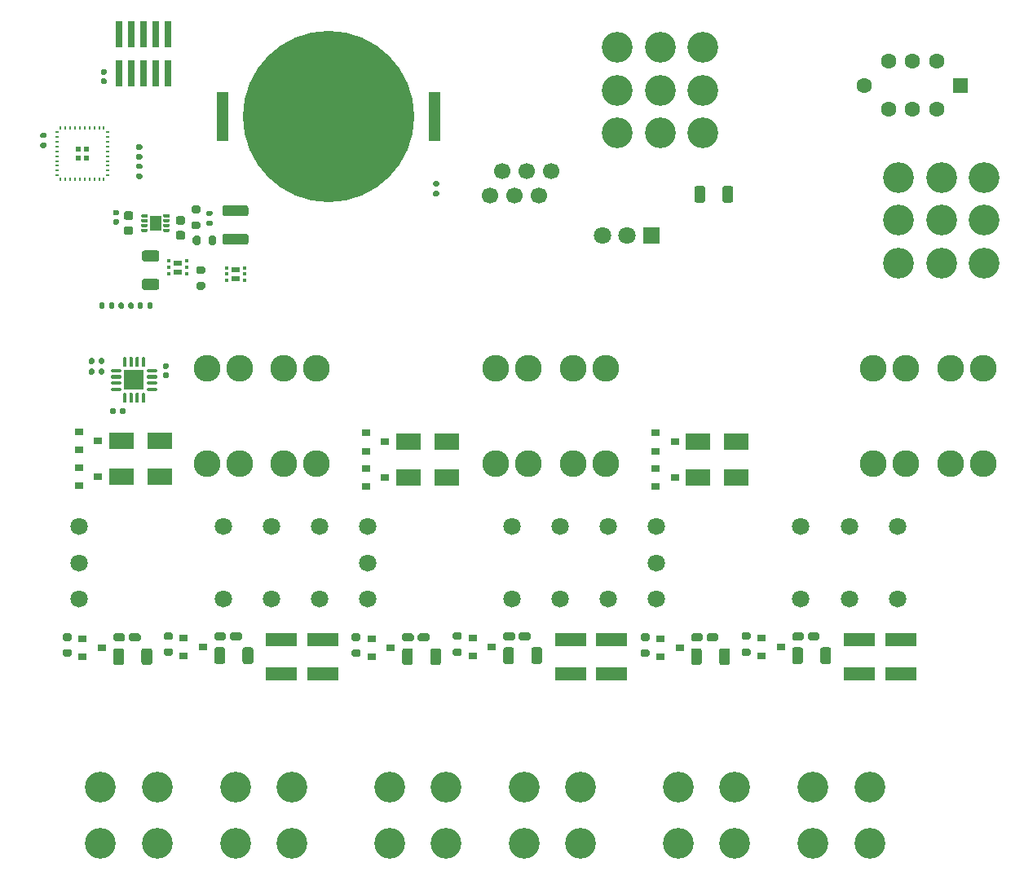
<source format=gbr>
%TF.GenerationSoftware,KiCad,Pcbnew,(5.1.9-0-10_14)*%
%TF.CreationDate,2021-05-17T23:47:06-07:00*%
%TF.ProjectId,tp_radio_board,74705f72-6164-4696-9f5f-626f6172642e,rev?*%
%TF.SameCoordinates,Original*%
%TF.FileFunction,Soldermask,Top*%
%TF.FilePolarity,Negative*%
%FSLAX46Y46*%
G04 Gerber Fmt 4.6, Leading zero omitted, Abs format (unit mm)*
G04 Created by KiCad (PCBNEW (5.1.9-0-10_14)) date 2021-05-17 23:47:06*
%MOMM*%
%LPD*%
G01*
G04 APERTURE LIST*
%ADD10R,0.762000X2.794000*%
%ADD11C,1.808000*%
%ADD12R,0.500000X0.500000*%
%ADD13R,0.250000X0.350000*%
%ADD14R,0.350000X0.250000*%
%ADD15R,0.900000X0.800000*%
%ADD16C,3.200000*%
%ADD17C,1.700000*%
%ADD18C,2.780000*%
%ADD19R,0.950000X0.613000*%
%ADD20R,0.325000X0.300000*%
%ADD21R,1.200000X1.500000*%
%ADD22R,1.800000X1.800000*%
%ADD23C,1.800000*%
%ADD24R,3.300000X1.400000*%
%ADD25R,2.500000X1.800000*%
%ADD26R,1.270000X5.080000*%
%ADD27C,17.800000*%
%ADD28R,2.100000X2.100000*%
%ADD29C,1.600000*%
%ADD30R,1.600000X1.600000*%
G04 APERTURE END LIST*
D10*
%TO.C,J1*%
X31340000Y-102772000D03*
X31340000Y-98708000D03*
X32610000Y-102772000D03*
X32610000Y-98708000D03*
X33880000Y-102772000D03*
X33880000Y-98708000D03*
X35150000Y-102772000D03*
X35150000Y-98708000D03*
X36420000Y-102772000D03*
X36420000Y-98708000D03*
%TD*%
D11*
%TO.C,K2*%
X57140008Y-157350000D03*
X72140008Y-157350000D03*
X77140008Y-157350000D03*
X82140008Y-157350000D03*
X82140008Y-149850000D03*
X77140008Y-149850000D03*
X72140008Y-149850000D03*
X57140008Y-149850000D03*
X57140008Y-153600000D03*
%TD*%
%TO.C,K3*%
X87140008Y-157350000D03*
X102140008Y-157350000D03*
X107140008Y-157350000D03*
X112140008Y-157350000D03*
X112140008Y-149850000D03*
X107140008Y-149850000D03*
X102140008Y-149850000D03*
X87140008Y-149850000D03*
X87140008Y-153600000D03*
%TD*%
%TO.C,K1*%
X27140008Y-157350000D03*
X42140008Y-157350000D03*
X47140008Y-157350000D03*
X52140008Y-157350000D03*
X52140008Y-149850000D03*
X47140008Y-149850000D03*
X42140008Y-149850000D03*
X27140008Y-149850000D03*
X27140008Y-153600000D03*
%TD*%
D12*
%TO.C,U1*%
X27050000Y-111550000D03*
X27950000Y-111550000D03*
X27950000Y-110650000D03*
X27050000Y-110650000D03*
D13*
X29750000Y-108450000D03*
X29250000Y-108450000D03*
X28750000Y-108450000D03*
X28250000Y-108450000D03*
X27750000Y-108450000D03*
X27250000Y-108450000D03*
X26750000Y-108450000D03*
X25750000Y-108450000D03*
X26250000Y-108450000D03*
X25250000Y-108450000D03*
D14*
X30150000Y-108850000D03*
X30150000Y-109350000D03*
X30150000Y-109850000D03*
X30150000Y-110350000D03*
X30150000Y-110850000D03*
X30150000Y-111350000D03*
X30150000Y-111850000D03*
X30150000Y-112350000D03*
X30150000Y-112850000D03*
X30150000Y-113350000D03*
D13*
X29750000Y-113750000D03*
X29250000Y-113750000D03*
X28750000Y-113750000D03*
X28250000Y-113750000D03*
X27750000Y-113750000D03*
X27250000Y-113750000D03*
X26750000Y-113750000D03*
X26250000Y-113750000D03*
X25750000Y-113750000D03*
X25250000Y-113750000D03*
D14*
X24850000Y-113350000D03*
X24850000Y-112850000D03*
X24850000Y-112350000D03*
X24850000Y-111850000D03*
X24850000Y-111350000D03*
X24850000Y-110850000D03*
X24850000Y-110350000D03*
X24850000Y-109850000D03*
X24850000Y-109350000D03*
X24850000Y-108850000D03*
%TD*%
%TO.C,D12*%
G36*
G01*
X102840000Y-161462500D02*
X102840000Y-161037500D01*
G75*
G02*
X103052500Y-160825000I212500J0D01*
G01*
X103852500Y-160825000D01*
G75*
G02*
X104065000Y-161037500I0J-212500D01*
G01*
X104065000Y-161462500D01*
G75*
G02*
X103852500Y-161675000I-212500J0D01*
G01*
X103052500Y-161675000D01*
G75*
G02*
X102840000Y-161462500I0J212500D01*
G01*
G37*
G36*
G01*
X101215000Y-161462500D02*
X101215000Y-161037500D01*
G75*
G02*
X101427500Y-160825000I212500J0D01*
G01*
X102227500Y-160825000D01*
G75*
G02*
X102440000Y-161037500I0J-212500D01*
G01*
X102440000Y-161462500D01*
G75*
G02*
X102227500Y-161675000I-212500J0D01*
G01*
X101427500Y-161675000D01*
G75*
G02*
X101215000Y-161462500I0J212500D01*
G01*
G37*
%TD*%
%TO.C,D11*%
G36*
G01*
X72840000Y-161462500D02*
X72840000Y-161037500D01*
G75*
G02*
X73052500Y-160825000I212500J0D01*
G01*
X73852500Y-160825000D01*
G75*
G02*
X74065000Y-161037500I0J-212500D01*
G01*
X74065000Y-161462500D01*
G75*
G02*
X73852500Y-161675000I-212500J0D01*
G01*
X73052500Y-161675000D01*
G75*
G02*
X72840000Y-161462500I0J212500D01*
G01*
G37*
G36*
G01*
X71215000Y-161462500D02*
X71215000Y-161037500D01*
G75*
G02*
X71427500Y-160825000I212500J0D01*
G01*
X72227500Y-160825000D01*
G75*
G02*
X72440000Y-161037500I0J-212500D01*
G01*
X72440000Y-161462500D01*
G75*
G02*
X72227500Y-161675000I-212500J0D01*
G01*
X71427500Y-161675000D01*
G75*
G02*
X71215000Y-161462500I0J212500D01*
G01*
G37*
%TD*%
%TO.C,D10*%
G36*
G01*
X42840000Y-161462500D02*
X42840000Y-161037500D01*
G75*
G02*
X43052500Y-160825000I212500J0D01*
G01*
X43852500Y-160825000D01*
G75*
G02*
X44065000Y-161037500I0J-212500D01*
G01*
X44065000Y-161462500D01*
G75*
G02*
X43852500Y-161675000I-212500J0D01*
G01*
X43052500Y-161675000D01*
G75*
G02*
X42840000Y-161462500I0J212500D01*
G01*
G37*
G36*
G01*
X41215000Y-161462500D02*
X41215000Y-161037500D01*
G75*
G02*
X41427500Y-160825000I212500J0D01*
G01*
X42227500Y-160825000D01*
G75*
G02*
X42440000Y-161037500I0J-212500D01*
G01*
X42440000Y-161462500D01*
G75*
G02*
X42227500Y-161675000I-212500J0D01*
G01*
X41427500Y-161675000D01*
G75*
G02*
X41215000Y-161462500I0J212500D01*
G01*
G37*
%TD*%
%TO.C,R24*%
G36*
G01*
X42340000Y-162624999D02*
X42340000Y-163875001D01*
G75*
G02*
X42090001Y-164125000I-249999J0D01*
G01*
X41464999Y-164125000D01*
G75*
G02*
X41215000Y-163875001I0J249999D01*
G01*
X41215000Y-162624999D01*
G75*
G02*
X41464999Y-162375000I249999J0D01*
G01*
X42090001Y-162375000D01*
G75*
G02*
X42340000Y-162624999I0J-249999D01*
G01*
G37*
G36*
G01*
X45265000Y-162624999D02*
X45265000Y-163875001D01*
G75*
G02*
X45015001Y-164125000I-249999J0D01*
G01*
X44389999Y-164125000D01*
G75*
G02*
X44140000Y-163875001I0J249999D01*
G01*
X44140000Y-162624999D01*
G75*
G02*
X44389999Y-162375000I249999J0D01*
G01*
X45015001Y-162375000D01*
G75*
G02*
X45265000Y-162624999I0J-249999D01*
G01*
G37*
%TD*%
%TO.C,R26*%
G36*
G01*
X102340000Y-162624999D02*
X102340000Y-163875001D01*
G75*
G02*
X102090001Y-164125000I-249999J0D01*
G01*
X101464999Y-164125000D01*
G75*
G02*
X101215000Y-163875001I0J249999D01*
G01*
X101215000Y-162624999D01*
G75*
G02*
X101464999Y-162375000I249999J0D01*
G01*
X102090001Y-162375000D01*
G75*
G02*
X102340000Y-162624999I0J-249999D01*
G01*
G37*
G36*
G01*
X105265000Y-162624999D02*
X105265000Y-163875001D01*
G75*
G02*
X105015001Y-164125000I-249999J0D01*
G01*
X104389999Y-164125000D01*
G75*
G02*
X104140000Y-163875001I0J249999D01*
G01*
X104140000Y-162624999D01*
G75*
G02*
X104389999Y-162375000I249999J0D01*
G01*
X105015001Y-162375000D01*
G75*
G02*
X105265000Y-162624999I0J-249999D01*
G01*
G37*
%TD*%
%TO.C,R25*%
G36*
G01*
X72340000Y-162624999D02*
X72340000Y-163875001D01*
G75*
G02*
X72090001Y-164125000I-249999J0D01*
G01*
X71464999Y-164125000D01*
G75*
G02*
X71215000Y-163875001I0J249999D01*
G01*
X71215000Y-162624999D01*
G75*
G02*
X71464999Y-162375000I249999J0D01*
G01*
X72090001Y-162375000D01*
G75*
G02*
X72340000Y-162624999I0J-249999D01*
G01*
G37*
G36*
G01*
X75265000Y-162624999D02*
X75265000Y-163875001D01*
G75*
G02*
X75015001Y-164125000I-249999J0D01*
G01*
X74389999Y-164125000D01*
G75*
G02*
X74140000Y-163875001I0J249999D01*
G01*
X74140000Y-162624999D01*
G75*
G02*
X74389999Y-162375000I249999J0D01*
G01*
X75015001Y-162375000D01*
G75*
G02*
X75265000Y-162624999I0J-249999D01*
G01*
G37*
%TD*%
%TO.C,R21*%
G36*
G01*
X36715000Y-161625000D02*
X36165000Y-161625000D01*
G75*
G02*
X35965000Y-161425000I0J200000D01*
G01*
X35965000Y-161025000D01*
G75*
G02*
X36165000Y-160825000I200000J0D01*
G01*
X36715000Y-160825000D01*
G75*
G02*
X36915000Y-161025000I0J-200000D01*
G01*
X36915000Y-161425000D01*
G75*
G02*
X36715000Y-161625000I-200000J0D01*
G01*
G37*
G36*
G01*
X36715000Y-163275000D02*
X36165000Y-163275000D01*
G75*
G02*
X35965000Y-163075000I0J200000D01*
G01*
X35965000Y-162675000D01*
G75*
G02*
X36165000Y-162475000I200000J0D01*
G01*
X36715000Y-162475000D01*
G75*
G02*
X36915000Y-162675000I0J-200000D01*
G01*
X36915000Y-163075000D01*
G75*
G02*
X36715000Y-163275000I-200000J0D01*
G01*
G37*
%TD*%
%TO.C,R23*%
G36*
G01*
X96715000Y-161625000D02*
X96165000Y-161625000D01*
G75*
G02*
X95965000Y-161425000I0J200000D01*
G01*
X95965000Y-161025000D01*
G75*
G02*
X96165000Y-160825000I200000J0D01*
G01*
X96715000Y-160825000D01*
G75*
G02*
X96915000Y-161025000I0J-200000D01*
G01*
X96915000Y-161425000D01*
G75*
G02*
X96715000Y-161625000I-200000J0D01*
G01*
G37*
G36*
G01*
X96715000Y-163275000D02*
X96165000Y-163275000D01*
G75*
G02*
X95965000Y-163075000I0J200000D01*
G01*
X95965000Y-162675000D01*
G75*
G02*
X96165000Y-162475000I200000J0D01*
G01*
X96715000Y-162475000D01*
G75*
G02*
X96915000Y-162675000I0J-200000D01*
G01*
X96915000Y-163075000D01*
G75*
G02*
X96715000Y-163275000I-200000J0D01*
G01*
G37*
%TD*%
%TO.C,R22*%
G36*
G01*
X66715000Y-161625000D02*
X66165000Y-161625000D01*
G75*
G02*
X65965000Y-161425000I0J200000D01*
G01*
X65965000Y-161025000D01*
G75*
G02*
X66165000Y-160825000I200000J0D01*
G01*
X66715000Y-160825000D01*
G75*
G02*
X66915000Y-161025000I0J-200000D01*
G01*
X66915000Y-161425000D01*
G75*
G02*
X66715000Y-161625000I-200000J0D01*
G01*
G37*
G36*
G01*
X66715000Y-163275000D02*
X66165000Y-163275000D01*
G75*
G02*
X65965000Y-163075000I0J200000D01*
G01*
X65965000Y-162675000D01*
G75*
G02*
X66165000Y-162475000I200000J0D01*
G01*
X66715000Y-162475000D01*
G75*
G02*
X66915000Y-162675000I0J-200000D01*
G01*
X66915000Y-163075000D01*
G75*
G02*
X66715000Y-163275000I-200000J0D01*
G01*
G37*
%TD*%
%TO.C,R16*%
G36*
G01*
X31840000Y-162724999D02*
X31840000Y-163975001D01*
G75*
G02*
X31590001Y-164225000I-249999J0D01*
G01*
X30964999Y-164225000D01*
G75*
G02*
X30715000Y-163975001I0J249999D01*
G01*
X30715000Y-162724999D01*
G75*
G02*
X30964999Y-162475000I249999J0D01*
G01*
X31590001Y-162475000D01*
G75*
G02*
X31840000Y-162724999I0J-249999D01*
G01*
G37*
G36*
G01*
X34765000Y-162724999D02*
X34765000Y-163975001D01*
G75*
G02*
X34515001Y-164225000I-249999J0D01*
G01*
X33889999Y-164225000D01*
G75*
G02*
X33640000Y-163975001I0J249999D01*
G01*
X33640000Y-162724999D01*
G75*
G02*
X33889999Y-162475000I249999J0D01*
G01*
X34515001Y-162475000D01*
G75*
G02*
X34765000Y-162724999I0J-249999D01*
G01*
G37*
%TD*%
%TO.C,R18*%
G36*
G01*
X91840000Y-162724999D02*
X91840000Y-163975001D01*
G75*
G02*
X91590001Y-164225000I-249999J0D01*
G01*
X90964999Y-164225000D01*
G75*
G02*
X90715000Y-163975001I0J249999D01*
G01*
X90715000Y-162724999D01*
G75*
G02*
X90964999Y-162475000I249999J0D01*
G01*
X91590001Y-162475000D01*
G75*
G02*
X91840000Y-162724999I0J-249999D01*
G01*
G37*
G36*
G01*
X94765000Y-162724999D02*
X94765000Y-163975001D01*
G75*
G02*
X94515001Y-164225000I-249999J0D01*
G01*
X93889999Y-164225000D01*
G75*
G02*
X93640000Y-163975001I0J249999D01*
G01*
X93640000Y-162724999D01*
G75*
G02*
X93889999Y-162475000I249999J0D01*
G01*
X94515001Y-162475000D01*
G75*
G02*
X94765000Y-162724999I0J-249999D01*
G01*
G37*
%TD*%
%TO.C,R17*%
G36*
G01*
X61840000Y-162724999D02*
X61840000Y-163975001D01*
G75*
G02*
X61590001Y-164225000I-249999J0D01*
G01*
X60964999Y-164225000D01*
G75*
G02*
X60715000Y-163975001I0J249999D01*
G01*
X60715000Y-162724999D01*
G75*
G02*
X60964999Y-162475000I249999J0D01*
G01*
X61590001Y-162475000D01*
G75*
G02*
X61840000Y-162724999I0J-249999D01*
G01*
G37*
G36*
G01*
X64765000Y-162724999D02*
X64765000Y-163975001D01*
G75*
G02*
X64515001Y-164225000I-249999J0D01*
G01*
X63889999Y-164225000D01*
G75*
G02*
X63640000Y-163975001I0J249999D01*
G01*
X63640000Y-162724999D01*
G75*
G02*
X63889999Y-162475000I249999J0D01*
G01*
X64515001Y-162475000D01*
G75*
G02*
X64765000Y-162724999I0J-249999D01*
G01*
G37*
%TD*%
%TO.C,R13*%
G36*
G01*
X26215000Y-161725000D02*
X25665000Y-161725000D01*
G75*
G02*
X25465000Y-161525000I0J200000D01*
G01*
X25465000Y-161125000D01*
G75*
G02*
X25665000Y-160925000I200000J0D01*
G01*
X26215000Y-160925000D01*
G75*
G02*
X26415000Y-161125000I0J-200000D01*
G01*
X26415000Y-161525000D01*
G75*
G02*
X26215000Y-161725000I-200000J0D01*
G01*
G37*
G36*
G01*
X26215000Y-163375000D02*
X25665000Y-163375000D01*
G75*
G02*
X25465000Y-163175000I0J200000D01*
G01*
X25465000Y-162775000D01*
G75*
G02*
X25665000Y-162575000I200000J0D01*
G01*
X26215000Y-162575000D01*
G75*
G02*
X26415000Y-162775000I0J-200000D01*
G01*
X26415000Y-163175000D01*
G75*
G02*
X26215000Y-163375000I-200000J0D01*
G01*
G37*
%TD*%
%TO.C,R15*%
G36*
G01*
X86215000Y-161725000D02*
X85665000Y-161725000D01*
G75*
G02*
X85465000Y-161525000I0J200000D01*
G01*
X85465000Y-161125000D01*
G75*
G02*
X85665000Y-160925000I200000J0D01*
G01*
X86215000Y-160925000D01*
G75*
G02*
X86415000Y-161125000I0J-200000D01*
G01*
X86415000Y-161525000D01*
G75*
G02*
X86215000Y-161725000I-200000J0D01*
G01*
G37*
G36*
G01*
X86215000Y-163375000D02*
X85665000Y-163375000D01*
G75*
G02*
X85465000Y-163175000I0J200000D01*
G01*
X85465000Y-162775000D01*
G75*
G02*
X85665000Y-162575000I200000J0D01*
G01*
X86215000Y-162575000D01*
G75*
G02*
X86415000Y-162775000I0J-200000D01*
G01*
X86415000Y-163175000D01*
G75*
G02*
X86215000Y-163375000I-200000J0D01*
G01*
G37*
%TD*%
%TO.C,R14*%
G36*
G01*
X56215000Y-161725000D02*
X55665000Y-161725000D01*
G75*
G02*
X55465000Y-161525000I0J200000D01*
G01*
X55465000Y-161125000D01*
G75*
G02*
X55665000Y-160925000I200000J0D01*
G01*
X56215000Y-160925000D01*
G75*
G02*
X56415000Y-161125000I0J-200000D01*
G01*
X56415000Y-161525000D01*
G75*
G02*
X56215000Y-161725000I-200000J0D01*
G01*
G37*
G36*
G01*
X56215000Y-163375000D02*
X55665000Y-163375000D01*
G75*
G02*
X55465000Y-163175000I0J200000D01*
G01*
X55465000Y-162775000D01*
G75*
G02*
X55665000Y-162575000I200000J0D01*
G01*
X56215000Y-162575000D01*
G75*
G02*
X56415000Y-162775000I0J-200000D01*
G01*
X56415000Y-163175000D01*
G75*
G02*
X56215000Y-163375000I-200000J0D01*
G01*
G37*
%TD*%
D15*
%TO.C,Q10*%
X40040000Y-162350000D03*
X38040000Y-163300000D03*
X38040000Y-161400000D03*
%TD*%
%TO.C,Q12*%
X100040000Y-162350000D03*
X98040000Y-163300000D03*
X98040000Y-161400000D03*
%TD*%
%TO.C,Q11*%
X70040000Y-162350000D03*
X68040000Y-163300000D03*
X68040000Y-161400000D03*
%TD*%
%TO.C,Q7*%
X29540000Y-162450000D03*
X27540000Y-163400000D03*
X27540000Y-161500000D03*
%TD*%
%TO.C,Q9*%
X89540000Y-162450000D03*
X87540000Y-163400000D03*
X87540000Y-161500000D03*
%TD*%
%TO.C,Q8*%
X59540000Y-162450000D03*
X57540000Y-163400000D03*
X57540000Y-161500000D03*
%TD*%
%TO.C,D7*%
G36*
G01*
X32340000Y-161562500D02*
X32340000Y-161137500D01*
G75*
G02*
X32552500Y-160925000I212500J0D01*
G01*
X33352500Y-160925000D01*
G75*
G02*
X33565000Y-161137500I0J-212500D01*
G01*
X33565000Y-161562500D01*
G75*
G02*
X33352500Y-161775000I-212500J0D01*
G01*
X32552500Y-161775000D01*
G75*
G02*
X32340000Y-161562500I0J212500D01*
G01*
G37*
G36*
G01*
X30715000Y-161562500D02*
X30715000Y-161137500D01*
G75*
G02*
X30927500Y-160925000I212500J0D01*
G01*
X31727500Y-160925000D01*
G75*
G02*
X31940000Y-161137500I0J-212500D01*
G01*
X31940000Y-161562500D01*
G75*
G02*
X31727500Y-161775000I-212500J0D01*
G01*
X30927500Y-161775000D01*
G75*
G02*
X30715000Y-161562500I0J212500D01*
G01*
G37*
%TD*%
%TO.C,D9*%
G36*
G01*
X92340000Y-161562500D02*
X92340000Y-161137500D01*
G75*
G02*
X92552500Y-160925000I212500J0D01*
G01*
X93352500Y-160925000D01*
G75*
G02*
X93565000Y-161137500I0J-212500D01*
G01*
X93565000Y-161562500D01*
G75*
G02*
X93352500Y-161775000I-212500J0D01*
G01*
X92552500Y-161775000D01*
G75*
G02*
X92340000Y-161562500I0J212500D01*
G01*
G37*
G36*
G01*
X90715000Y-161562500D02*
X90715000Y-161137500D01*
G75*
G02*
X90927500Y-160925000I212500J0D01*
G01*
X91727500Y-160925000D01*
G75*
G02*
X91940000Y-161137500I0J-212500D01*
G01*
X91940000Y-161562500D01*
G75*
G02*
X91727500Y-161775000I-212500J0D01*
G01*
X90927500Y-161775000D01*
G75*
G02*
X90715000Y-161562500I0J212500D01*
G01*
G37*
%TD*%
%TO.C,D8*%
G36*
G01*
X62340000Y-161562500D02*
X62340000Y-161137500D01*
G75*
G02*
X62552500Y-160925000I212500J0D01*
G01*
X63352500Y-160925000D01*
G75*
G02*
X63565000Y-161137500I0J-212500D01*
G01*
X63565000Y-161562500D01*
G75*
G02*
X63352500Y-161775000I-212500J0D01*
G01*
X62552500Y-161775000D01*
G75*
G02*
X62340000Y-161562500I0J212500D01*
G01*
G37*
G36*
G01*
X60715000Y-161562500D02*
X60715000Y-161137500D01*
G75*
G02*
X60927500Y-160925000I212500J0D01*
G01*
X61727500Y-160925000D01*
G75*
G02*
X61940000Y-161137500I0J-212500D01*
G01*
X61940000Y-161562500D01*
G75*
G02*
X61727500Y-161775000I-212500J0D01*
G01*
X60927500Y-161775000D01*
G75*
G02*
X60715000Y-161562500I0J212500D01*
G01*
G37*
%TD*%
D16*
%TO.C,J10*%
X87500000Y-104500000D03*
X87500000Y-108935000D03*
X91935000Y-104500000D03*
X87500000Y-100065000D03*
X83065000Y-104500000D03*
X83065000Y-108935000D03*
X83065000Y-100065000D03*
X91935000Y-100065000D03*
X91935000Y-108935000D03*
%TD*%
%TO.C,J8*%
X116710000Y-118000000D03*
X116710000Y-122435000D03*
X121145000Y-118000000D03*
X116710000Y-113565000D03*
X112275000Y-118000000D03*
X112275000Y-122435000D03*
X112275000Y-113565000D03*
X121145000Y-113565000D03*
X121145000Y-122435000D03*
%TD*%
%TO.C,J7*%
X103405000Y-182785000D03*
X103405000Y-176915000D03*
X109275000Y-176915000D03*
X109275000Y-182785000D03*
%TD*%
%TO.C,J6*%
X73405000Y-182785000D03*
X73405000Y-176915000D03*
X79275000Y-176915000D03*
X79275000Y-182785000D03*
%TD*%
%TO.C,J5*%
X43405000Y-182785000D03*
X43405000Y-176915000D03*
X49275000Y-176915000D03*
X49275000Y-182785000D03*
%TD*%
%TO.C,J4*%
X89405000Y-182785000D03*
X89405000Y-176915000D03*
X95275000Y-176915000D03*
X95275000Y-182785000D03*
%TD*%
%TO.C,J3*%
X59405000Y-182785000D03*
X59405000Y-176915000D03*
X65275000Y-176915000D03*
X65275000Y-182785000D03*
%TD*%
%TO.C,J2*%
X29405000Y-182785000D03*
X29405000Y-176915000D03*
X35275000Y-176915000D03*
X35275000Y-182785000D03*
%TD*%
D17*
%TO.C,J9*%
X69825000Y-115440000D03*
X72365000Y-115440000D03*
X74905000Y-115440000D03*
X71095000Y-112900000D03*
X73655000Y-112900000D03*
X76175000Y-112900000D03*
%TD*%
%TO.C,R20*%
G36*
G01*
X92180000Y-114684999D02*
X92180000Y-115935001D01*
G75*
G02*
X91930001Y-116185000I-249999J0D01*
G01*
X91304999Y-116185000D01*
G75*
G02*
X91055000Y-115935001I0J249999D01*
G01*
X91055000Y-114684999D01*
G75*
G02*
X91304999Y-114435000I249999J0D01*
G01*
X91930001Y-114435000D01*
G75*
G02*
X92180000Y-114684999I0J-249999D01*
G01*
G37*
G36*
G01*
X95105000Y-114684999D02*
X95105000Y-115935001D01*
G75*
G02*
X94855001Y-116185000I-249999J0D01*
G01*
X94229999Y-116185000D01*
G75*
G02*
X93980000Y-115935001I0J249999D01*
G01*
X93980000Y-114684999D01*
G75*
G02*
X94229999Y-114435000I249999J0D01*
G01*
X94855001Y-114435000D01*
G75*
G02*
X95105000Y-114684999I0J-249999D01*
G01*
G37*
%TD*%
%TO.C,R19*%
G36*
G01*
X64435000Y-114490000D02*
X64065000Y-114490000D01*
G75*
G02*
X63930000Y-114355000I0J135000D01*
G01*
X63930000Y-114085000D01*
G75*
G02*
X64065000Y-113950000I135000J0D01*
G01*
X64435000Y-113950000D01*
G75*
G02*
X64570000Y-114085000I0J-135000D01*
G01*
X64570000Y-114355000D01*
G75*
G02*
X64435000Y-114490000I-135000J0D01*
G01*
G37*
G36*
G01*
X64435000Y-115510000D02*
X64065000Y-115510000D01*
G75*
G02*
X63930000Y-115375000I0J135000D01*
G01*
X63930000Y-115105000D01*
G75*
G02*
X64065000Y-114970000I135000J0D01*
G01*
X64435000Y-114970000D01*
G75*
G02*
X64570000Y-115105000I0J-135000D01*
G01*
X64570000Y-115375000D01*
G75*
G02*
X64435000Y-115510000I-135000J0D01*
G01*
G37*
%TD*%
D18*
%TO.C,F6*%
X117650000Y-143270000D03*
X121050000Y-143270000D03*
X117650000Y-133350000D03*
X121050000Y-133350000D03*
%TD*%
%TO.C,F5*%
X78440000Y-143270000D03*
X81840000Y-143270000D03*
X78440000Y-133350000D03*
X81840000Y-133350000D03*
%TD*%
%TO.C,F4*%
X48440000Y-143270000D03*
X51840000Y-143270000D03*
X48440000Y-133350000D03*
X51840000Y-133350000D03*
%TD*%
D19*
%TO.C,U6*%
X43400000Y-123133500D03*
X43400000Y-124066500D03*
D20*
X44325000Y-122950000D03*
X44325000Y-124250000D03*
X44325000Y-123600000D03*
X42475000Y-124250000D03*
X42475000Y-123600000D03*
X42475000Y-122950000D03*
%TD*%
D19*
%TO.C,U5*%
X37400000Y-122433500D03*
X37400000Y-123366500D03*
D20*
X38325000Y-122250000D03*
X38325000Y-123550000D03*
X38325000Y-122900000D03*
X36475000Y-123550000D03*
X36475000Y-122900000D03*
X36475000Y-122250000D03*
%TD*%
D21*
%TO.C,U4*%
X35100000Y-118300000D03*
G36*
G01*
X35900000Y-117637500D02*
X35900000Y-117462500D01*
G75*
G02*
X35987500Y-117375000I87500J0D01*
G01*
X36487500Y-117375000D01*
G75*
G02*
X36575000Y-117462500I0J-87500D01*
G01*
X36575000Y-117637500D01*
G75*
G02*
X36487500Y-117725000I-87500J0D01*
G01*
X35987500Y-117725000D01*
G75*
G02*
X35900000Y-117637500I0J87500D01*
G01*
G37*
G36*
G01*
X35900000Y-118137500D02*
X35900000Y-117962500D01*
G75*
G02*
X35987500Y-117875000I87500J0D01*
G01*
X36487500Y-117875000D01*
G75*
G02*
X36575000Y-117962500I0J-87500D01*
G01*
X36575000Y-118137500D01*
G75*
G02*
X36487500Y-118225000I-87500J0D01*
G01*
X35987500Y-118225000D01*
G75*
G02*
X35900000Y-118137500I0J87500D01*
G01*
G37*
G36*
G01*
X35900000Y-118637500D02*
X35900000Y-118462500D01*
G75*
G02*
X35987500Y-118375000I87500J0D01*
G01*
X36487500Y-118375000D01*
G75*
G02*
X36575000Y-118462500I0J-87500D01*
G01*
X36575000Y-118637500D01*
G75*
G02*
X36487500Y-118725000I-87500J0D01*
G01*
X35987500Y-118725000D01*
G75*
G02*
X35900000Y-118637500I0J87500D01*
G01*
G37*
G36*
G01*
X35900000Y-119137500D02*
X35900000Y-118962500D01*
G75*
G02*
X35987500Y-118875000I87500J0D01*
G01*
X36487500Y-118875000D01*
G75*
G02*
X36575000Y-118962500I0J-87500D01*
G01*
X36575000Y-119137500D01*
G75*
G02*
X36487500Y-119225000I-87500J0D01*
G01*
X35987500Y-119225000D01*
G75*
G02*
X35900000Y-119137500I0J87500D01*
G01*
G37*
G36*
G01*
X33625000Y-119137500D02*
X33625000Y-118962500D01*
G75*
G02*
X33712500Y-118875000I87500J0D01*
G01*
X34212500Y-118875000D01*
G75*
G02*
X34300000Y-118962500I0J-87500D01*
G01*
X34300000Y-119137500D01*
G75*
G02*
X34212500Y-119225000I-87500J0D01*
G01*
X33712500Y-119225000D01*
G75*
G02*
X33625000Y-119137500I0J87500D01*
G01*
G37*
G36*
G01*
X33625000Y-118637500D02*
X33625000Y-118462500D01*
G75*
G02*
X33712500Y-118375000I87500J0D01*
G01*
X34212500Y-118375000D01*
G75*
G02*
X34300000Y-118462500I0J-87500D01*
G01*
X34300000Y-118637500D01*
G75*
G02*
X34212500Y-118725000I-87500J0D01*
G01*
X33712500Y-118725000D01*
G75*
G02*
X33625000Y-118637500I0J87500D01*
G01*
G37*
G36*
G01*
X33625000Y-118137500D02*
X33625000Y-117962500D01*
G75*
G02*
X33712500Y-117875000I87500J0D01*
G01*
X34212500Y-117875000D01*
G75*
G02*
X34300000Y-117962500I0J-87500D01*
G01*
X34300000Y-118137500D01*
G75*
G02*
X34212500Y-118225000I-87500J0D01*
G01*
X33712500Y-118225000D01*
G75*
G02*
X33625000Y-118137500I0J87500D01*
G01*
G37*
G36*
G01*
X33625000Y-117637500D02*
X33625000Y-117462500D01*
G75*
G02*
X33712500Y-117375000I87500J0D01*
G01*
X34212500Y-117375000D01*
G75*
G02*
X34300000Y-117462500I0J-87500D01*
G01*
X34300000Y-117637500D01*
G75*
G02*
X34212500Y-117725000I-87500J0D01*
G01*
X33712500Y-117725000D01*
G75*
G02*
X33625000Y-117637500I0J87500D01*
G01*
G37*
%TD*%
D22*
%TO.C,U3*%
X86590000Y-119570000D03*
D23*
X84050000Y-119570000D03*
X81510000Y-119570000D03*
%TD*%
%TO.C,R30*%
G36*
G01*
X39775000Y-119825000D02*
X39775000Y-120375000D01*
G75*
G02*
X39575000Y-120575000I-200000J0D01*
G01*
X39175000Y-120575000D01*
G75*
G02*
X38975000Y-120375000I0J200000D01*
G01*
X38975000Y-119825000D01*
G75*
G02*
X39175000Y-119625000I200000J0D01*
G01*
X39575000Y-119625000D01*
G75*
G02*
X39775000Y-119825000I0J-200000D01*
G01*
G37*
G36*
G01*
X41425000Y-119825000D02*
X41425000Y-120375000D01*
G75*
G02*
X41225000Y-120575000I-200000J0D01*
G01*
X40825000Y-120575000D01*
G75*
G02*
X40625000Y-120375000I0J200000D01*
G01*
X40625000Y-119825000D01*
G75*
G02*
X40825000Y-119625000I200000J0D01*
G01*
X41225000Y-119625000D01*
G75*
G02*
X41425000Y-119825000I0J-200000D01*
G01*
G37*
%TD*%
%TO.C,R29*%
G36*
G01*
X39025000Y-118125000D02*
X39575000Y-118125000D01*
G75*
G02*
X39775000Y-118325000I0J-200000D01*
G01*
X39775000Y-118725000D01*
G75*
G02*
X39575000Y-118925000I-200000J0D01*
G01*
X39025000Y-118925000D01*
G75*
G02*
X38825000Y-118725000I0J200000D01*
G01*
X38825000Y-118325000D01*
G75*
G02*
X39025000Y-118125000I200000J0D01*
G01*
G37*
G36*
G01*
X39025000Y-116475000D02*
X39575000Y-116475000D01*
G75*
G02*
X39775000Y-116675000I0J-200000D01*
G01*
X39775000Y-117075000D01*
G75*
G02*
X39575000Y-117275000I-200000J0D01*
G01*
X39025000Y-117275000D01*
G75*
G02*
X38825000Y-117075000I0J200000D01*
G01*
X38825000Y-116675000D01*
G75*
G02*
X39025000Y-116475000I200000J0D01*
G01*
G37*
%TD*%
%TO.C,R28*%
G36*
G01*
X40075000Y-123575000D02*
X39525000Y-123575000D01*
G75*
G02*
X39325000Y-123375000I0J200000D01*
G01*
X39325000Y-122975000D01*
G75*
G02*
X39525000Y-122775000I200000J0D01*
G01*
X40075000Y-122775000D01*
G75*
G02*
X40275000Y-122975000I0J-200000D01*
G01*
X40275000Y-123375000D01*
G75*
G02*
X40075000Y-123575000I-200000J0D01*
G01*
G37*
G36*
G01*
X40075000Y-125225000D02*
X39525000Y-125225000D01*
G75*
G02*
X39325000Y-125025000I0J200000D01*
G01*
X39325000Y-124625000D01*
G75*
G02*
X39525000Y-124425000I200000J0D01*
G01*
X40075000Y-124425000D01*
G75*
G02*
X40275000Y-124625000I0J-200000D01*
G01*
X40275000Y-125025000D01*
G75*
G02*
X40075000Y-125225000I-200000J0D01*
G01*
G37*
%TD*%
%TO.C,R27*%
G36*
G01*
X40515000Y-118040000D02*
X40885000Y-118040000D01*
G75*
G02*
X41020000Y-118175000I0J-135000D01*
G01*
X41020000Y-118445000D01*
G75*
G02*
X40885000Y-118580000I-135000J0D01*
G01*
X40515000Y-118580000D01*
G75*
G02*
X40380000Y-118445000I0J135000D01*
G01*
X40380000Y-118175000D01*
G75*
G02*
X40515000Y-118040000I135000J0D01*
G01*
G37*
G36*
G01*
X40515000Y-117020000D02*
X40885000Y-117020000D01*
G75*
G02*
X41020000Y-117155000I0J-135000D01*
G01*
X41020000Y-117425000D01*
G75*
G02*
X40885000Y-117560000I-135000J0D01*
G01*
X40515000Y-117560000D01*
G75*
G02*
X40380000Y-117425000I0J135000D01*
G01*
X40380000Y-117155000D01*
G75*
G02*
X40515000Y-117020000I135000J0D01*
G01*
G37*
%TD*%
%TO.C,R12*%
G36*
G01*
X29225000Y-133920000D02*
X29225000Y-133550000D01*
G75*
G02*
X29360000Y-133415000I135000J0D01*
G01*
X29630000Y-133415000D01*
G75*
G02*
X29765000Y-133550000I0J-135000D01*
G01*
X29765000Y-133920000D01*
G75*
G02*
X29630000Y-134055000I-135000J0D01*
G01*
X29360000Y-134055000D01*
G75*
G02*
X29225000Y-133920000I0J135000D01*
G01*
G37*
G36*
G01*
X28205000Y-133920000D02*
X28205000Y-133550000D01*
G75*
G02*
X28340000Y-133415000I135000J0D01*
G01*
X28610000Y-133415000D01*
G75*
G02*
X28745000Y-133550000I0J-135000D01*
G01*
X28745000Y-133920000D01*
G75*
G02*
X28610000Y-134055000I-135000J0D01*
G01*
X28340000Y-134055000D01*
G75*
G02*
X28205000Y-133920000I0J135000D01*
G01*
G37*
%TD*%
%TO.C,R11*%
G36*
G01*
X29225000Y-132820000D02*
X29225000Y-132450000D01*
G75*
G02*
X29360000Y-132315000I135000J0D01*
G01*
X29630000Y-132315000D01*
G75*
G02*
X29765000Y-132450000I0J-135000D01*
G01*
X29765000Y-132820000D01*
G75*
G02*
X29630000Y-132955000I-135000J0D01*
G01*
X29360000Y-132955000D01*
G75*
G02*
X29225000Y-132820000I0J135000D01*
G01*
G37*
G36*
G01*
X28205000Y-132820000D02*
X28205000Y-132450000D01*
G75*
G02*
X28340000Y-132315000I135000J0D01*
G01*
X28610000Y-132315000D01*
G75*
G02*
X28745000Y-132450000I0J-135000D01*
G01*
X28745000Y-132820000D01*
G75*
G02*
X28610000Y-132955000I-135000J0D01*
G01*
X28340000Y-132955000D01*
G75*
G02*
X28205000Y-132820000I0J135000D01*
G01*
G37*
%TD*%
%TO.C,R10*%
G36*
G01*
X30285000Y-127070000D02*
X30285000Y-126700000D01*
G75*
G02*
X30420000Y-126565000I135000J0D01*
G01*
X30690000Y-126565000D01*
G75*
G02*
X30825000Y-126700000I0J-135000D01*
G01*
X30825000Y-127070000D01*
G75*
G02*
X30690000Y-127205000I-135000J0D01*
G01*
X30420000Y-127205000D01*
G75*
G02*
X30285000Y-127070000I0J135000D01*
G01*
G37*
G36*
G01*
X29265000Y-127070000D02*
X29265000Y-126700000D01*
G75*
G02*
X29400000Y-126565000I135000J0D01*
G01*
X29670000Y-126565000D01*
G75*
G02*
X29805000Y-126700000I0J-135000D01*
G01*
X29805000Y-127070000D01*
G75*
G02*
X29670000Y-127205000I-135000J0D01*
G01*
X29400000Y-127205000D01*
G75*
G02*
X29265000Y-127070000I0J135000D01*
G01*
G37*
%TD*%
%TO.C,R9*%
G36*
G01*
X31425000Y-138020000D02*
X31425000Y-137650000D01*
G75*
G02*
X31560000Y-137515000I135000J0D01*
G01*
X31830000Y-137515000D01*
G75*
G02*
X31965000Y-137650000I0J-135000D01*
G01*
X31965000Y-138020000D01*
G75*
G02*
X31830000Y-138155000I-135000J0D01*
G01*
X31560000Y-138155000D01*
G75*
G02*
X31425000Y-138020000I0J135000D01*
G01*
G37*
G36*
G01*
X30405000Y-138020000D02*
X30405000Y-137650000D01*
G75*
G02*
X30540000Y-137515000I135000J0D01*
G01*
X30810000Y-137515000D01*
G75*
G02*
X30945000Y-137650000I0J-135000D01*
G01*
X30945000Y-138020000D01*
G75*
G02*
X30810000Y-138155000I-135000J0D01*
G01*
X30540000Y-138155000D01*
G75*
G02*
X30405000Y-138020000I0J135000D01*
G01*
G37*
%TD*%
%TO.C,R8*%
G36*
G01*
X32285000Y-127070000D02*
X32285000Y-126700000D01*
G75*
G02*
X32420000Y-126565000I135000J0D01*
G01*
X32690000Y-126565000D01*
G75*
G02*
X32825000Y-126700000I0J-135000D01*
G01*
X32825000Y-127070000D01*
G75*
G02*
X32690000Y-127205000I-135000J0D01*
G01*
X32420000Y-127205000D01*
G75*
G02*
X32285000Y-127070000I0J135000D01*
G01*
G37*
G36*
G01*
X31265000Y-127070000D02*
X31265000Y-126700000D01*
G75*
G02*
X31400000Y-126565000I135000J0D01*
G01*
X31670000Y-126565000D01*
G75*
G02*
X31805000Y-126700000I0J-135000D01*
G01*
X31805000Y-127070000D01*
G75*
G02*
X31670000Y-127205000I-135000J0D01*
G01*
X31400000Y-127205000D01*
G75*
G02*
X31265000Y-127070000I0J135000D01*
G01*
G37*
%TD*%
%TO.C,R7*%
G36*
G01*
X33805000Y-126700000D02*
X33805000Y-127070000D01*
G75*
G02*
X33670000Y-127205000I-135000J0D01*
G01*
X33400000Y-127205000D01*
G75*
G02*
X33265000Y-127070000I0J135000D01*
G01*
X33265000Y-126700000D01*
G75*
G02*
X33400000Y-126565000I135000J0D01*
G01*
X33670000Y-126565000D01*
G75*
G02*
X33805000Y-126700000I0J-135000D01*
G01*
G37*
G36*
G01*
X34825000Y-126700000D02*
X34825000Y-127070000D01*
G75*
G02*
X34690000Y-127205000I-135000J0D01*
G01*
X34420000Y-127205000D01*
G75*
G02*
X34285000Y-127070000I0J135000D01*
G01*
X34285000Y-126700000D01*
G75*
G02*
X34420000Y-126565000I135000J0D01*
G01*
X34690000Y-126565000D01*
G75*
G02*
X34825000Y-126700000I0J-135000D01*
G01*
G37*
%TD*%
D24*
%TO.C,R4*%
X52490000Y-161550000D03*
X52490000Y-165150000D03*
X48190000Y-161550000D03*
X48190000Y-165150000D03*
%TD*%
%TO.C,R5*%
X82490000Y-161550000D03*
X82490000Y-165150000D03*
X78190000Y-161550000D03*
X78190000Y-165150000D03*
%TD*%
%TO.C,R3*%
G36*
G01*
X33605000Y-110670000D02*
X33235000Y-110670000D01*
G75*
G02*
X33100000Y-110535000I0J135000D01*
G01*
X33100000Y-110265000D01*
G75*
G02*
X33235000Y-110130000I135000J0D01*
G01*
X33605000Y-110130000D01*
G75*
G02*
X33740000Y-110265000I0J-135000D01*
G01*
X33740000Y-110535000D01*
G75*
G02*
X33605000Y-110670000I-135000J0D01*
G01*
G37*
G36*
G01*
X33605000Y-111690000D02*
X33235000Y-111690000D01*
G75*
G02*
X33100000Y-111555000I0J135000D01*
G01*
X33100000Y-111285000D01*
G75*
G02*
X33235000Y-111150000I135000J0D01*
G01*
X33605000Y-111150000D01*
G75*
G02*
X33740000Y-111285000I0J-135000D01*
G01*
X33740000Y-111555000D01*
G75*
G02*
X33605000Y-111690000I-135000J0D01*
G01*
G37*
%TD*%
%TO.C,R2*%
G36*
G01*
X33245000Y-113170000D02*
X33615000Y-113170000D01*
G75*
G02*
X33750000Y-113305000I0J-135000D01*
G01*
X33750000Y-113575000D01*
G75*
G02*
X33615000Y-113710000I-135000J0D01*
G01*
X33245000Y-113710000D01*
G75*
G02*
X33110000Y-113575000I0J135000D01*
G01*
X33110000Y-113305000D01*
G75*
G02*
X33245000Y-113170000I135000J0D01*
G01*
G37*
G36*
G01*
X33245000Y-112150000D02*
X33615000Y-112150000D01*
G75*
G02*
X33750000Y-112285000I0J-135000D01*
G01*
X33750000Y-112555000D01*
G75*
G02*
X33615000Y-112690000I-135000J0D01*
G01*
X33245000Y-112690000D01*
G75*
G02*
X33110000Y-112555000I0J135000D01*
G01*
X33110000Y-112285000D01*
G75*
G02*
X33245000Y-112150000I135000J0D01*
G01*
G37*
%TD*%
%TO.C,R1*%
G36*
G01*
X23275000Y-109950000D02*
X23645000Y-109950000D01*
G75*
G02*
X23780000Y-110085000I0J-135000D01*
G01*
X23780000Y-110355000D01*
G75*
G02*
X23645000Y-110490000I-135000J0D01*
G01*
X23275000Y-110490000D01*
G75*
G02*
X23140000Y-110355000I0J135000D01*
G01*
X23140000Y-110085000D01*
G75*
G02*
X23275000Y-109950000I135000J0D01*
G01*
G37*
G36*
G01*
X23275000Y-108930000D02*
X23645000Y-108930000D01*
G75*
G02*
X23780000Y-109065000I0J-135000D01*
G01*
X23780000Y-109335000D01*
G75*
G02*
X23645000Y-109470000I-135000J0D01*
G01*
X23275000Y-109470000D01*
G75*
G02*
X23140000Y-109335000I0J135000D01*
G01*
X23140000Y-109065000D01*
G75*
G02*
X23275000Y-108930000I135000J0D01*
G01*
G37*
%TD*%
D15*
%TO.C,Q6*%
X89040000Y-141050000D03*
X87040000Y-142000000D03*
X87040000Y-140100000D03*
%TD*%
%TO.C,Q3*%
X89040000Y-144750000D03*
X87040000Y-145700000D03*
X87040000Y-143800000D03*
%TD*%
%TO.C,Q4*%
X29140000Y-140950000D03*
X27140000Y-141900000D03*
X27140000Y-140000000D03*
%TD*%
%TO.C,Q1*%
X29140000Y-144650000D03*
X27140000Y-145600000D03*
X27140000Y-143700000D03*
%TD*%
D18*
%TO.C,F3*%
X109650000Y-143270000D03*
X113050000Y-143270000D03*
X109650000Y-133350000D03*
X113050000Y-133350000D03*
%TD*%
%TO.C,F2*%
X70440000Y-143270000D03*
X73840000Y-143270000D03*
X70440000Y-133350000D03*
X73840000Y-133350000D03*
%TD*%
%TO.C,F1*%
X40440000Y-143270000D03*
X43840000Y-143270000D03*
X40440000Y-133350000D03*
X43840000Y-133350000D03*
%TD*%
D25*
%TO.C,D6*%
X91440000Y-141050000D03*
X95440000Y-141050000D03*
%TD*%
%TO.C,D3*%
X91440000Y-144750000D03*
X95440000Y-144750000D03*
%TD*%
%TO.C,D4*%
X31540000Y-140950000D03*
X35540000Y-140950000D03*
%TD*%
%TO.C,D1*%
X31540000Y-144650000D03*
X35540000Y-144650000D03*
%TD*%
%TO.C,C7*%
G36*
G01*
X42299999Y-119400000D02*
X44500001Y-119400000D01*
G75*
G02*
X44750000Y-119649999I0J-249999D01*
G01*
X44750000Y-120300001D01*
G75*
G02*
X44500001Y-120550000I-249999J0D01*
G01*
X42299999Y-120550000D01*
G75*
G02*
X42050000Y-120300001I0J249999D01*
G01*
X42050000Y-119649999D01*
G75*
G02*
X42299999Y-119400000I249999J0D01*
G01*
G37*
G36*
G01*
X42299999Y-116450000D02*
X44500001Y-116450000D01*
G75*
G02*
X44750000Y-116699999I0J-249999D01*
G01*
X44750000Y-117350001D01*
G75*
G02*
X44500001Y-117600000I-249999J0D01*
G01*
X42299999Y-117600000D01*
G75*
G02*
X42050000Y-117350001I0J249999D01*
G01*
X42050000Y-116699999D01*
G75*
G02*
X42299999Y-116450000I249999J0D01*
G01*
G37*
%TD*%
%TO.C,C6*%
G36*
G01*
X37450000Y-119125000D02*
X37950000Y-119125000D01*
G75*
G02*
X38175000Y-119350000I0J-225000D01*
G01*
X38175000Y-119800000D01*
G75*
G02*
X37950000Y-120025000I-225000J0D01*
G01*
X37450000Y-120025000D01*
G75*
G02*
X37225000Y-119800000I0J225000D01*
G01*
X37225000Y-119350000D01*
G75*
G02*
X37450000Y-119125000I225000J0D01*
G01*
G37*
G36*
G01*
X37450000Y-117575000D02*
X37950000Y-117575000D01*
G75*
G02*
X38175000Y-117800000I0J-225000D01*
G01*
X38175000Y-118250000D01*
G75*
G02*
X37950000Y-118475000I-225000J0D01*
G01*
X37450000Y-118475000D01*
G75*
G02*
X37225000Y-118250000I0J225000D01*
G01*
X37225000Y-117800000D01*
G75*
G02*
X37450000Y-117575000I225000J0D01*
G01*
G37*
%TD*%
%TO.C,C5*%
G36*
G01*
X32050000Y-118625000D02*
X32550000Y-118625000D01*
G75*
G02*
X32775000Y-118850000I0J-225000D01*
G01*
X32775000Y-119300000D01*
G75*
G02*
X32550000Y-119525000I-225000J0D01*
G01*
X32050000Y-119525000D01*
G75*
G02*
X31825000Y-119300000I0J225000D01*
G01*
X31825000Y-118850000D01*
G75*
G02*
X32050000Y-118625000I225000J0D01*
G01*
G37*
G36*
G01*
X32050000Y-117075000D02*
X32550000Y-117075000D01*
G75*
G02*
X32775000Y-117300000I0J-225000D01*
G01*
X32775000Y-117750000D01*
G75*
G02*
X32550000Y-117975000I-225000J0D01*
G01*
X32050000Y-117975000D01*
G75*
G02*
X31825000Y-117750000I0J225000D01*
G01*
X31825000Y-117300000D01*
G75*
G02*
X32050000Y-117075000I225000J0D01*
G01*
G37*
%TD*%
%TO.C,C4*%
G36*
G01*
X33949999Y-124100000D02*
X35250001Y-124100000D01*
G75*
G02*
X35500000Y-124349999I0J-249999D01*
G01*
X35500000Y-125000001D01*
G75*
G02*
X35250001Y-125250000I-249999J0D01*
G01*
X33949999Y-125250000D01*
G75*
G02*
X33700000Y-125000001I0J249999D01*
G01*
X33700000Y-124349999D01*
G75*
G02*
X33949999Y-124100000I249999J0D01*
G01*
G37*
G36*
G01*
X33949999Y-121150000D02*
X35250001Y-121150000D01*
G75*
G02*
X35500000Y-121399999I0J-249999D01*
G01*
X35500000Y-122050001D01*
G75*
G02*
X35250001Y-122300000I-249999J0D01*
G01*
X33949999Y-122300000D01*
G75*
G02*
X33700000Y-122050001I0J249999D01*
G01*
X33700000Y-121399999D01*
G75*
G02*
X33949999Y-121150000I249999J0D01*
G01*
G37*
%TD*%
%TO.C,C3*%
G36*
G01*
X30830000Y-117900000D02*
X31170000Y-117900000D01*
G75*
G02*
X31310000Y-118040000I0J-140000D01*
G01*
X31310000Y-118320000D01*
G75*
G02*
X31170000Y-118460000I-140000J0D01*
G01*
X30830000Y-118460000D01*
G75*
G02*
X30690000Y-118320000I0J140000D01*
G01*
X30690000Y-118040000D01*
G75*
G02*
X30830000Y-117900000I140000J0D01*
G01*
G37*
G36*
G01*
X30830000Y-116940000D02*
X31170000Y-116940000D01*
G75*
G02*
X31310000Y-117080000I0J-140000D01*
G01*
X31310000Y-117360000D01*
G75*
G02*
X31170000Y-117500000I-140000J0D01*
G01*
X30830000Y-117500000D01*
G75*
G02*
X30690000Y-117360000I0J140000D01*
G01*
X30690000Y-117080000D01*
G75*
G02*
X30830000Y-116940000I140000J0D01*
G01*
G37*
%TD*%
%TO.C,C2*%
G36*
G01*
X36355000Y-133435000D02*
X36015000Y-133435000D01*
G75*
G02*
X35875000Y-133295000I0J140000D01*
G01*
X35875000Y-133015000D01*
G75*
G02*
X36015000Y-132875000I140000J0D01*
G01*
X36355000Y-132875000D01*
G75*
G02*
X36495000Y-133015000I0J-140000D01*
G01*
X36495000Y-133295000D01*
G75*
G02*
X36355000Y-133435000I-140000J0D01*
G01*
G37*
G36*
G01*
X36355000Y-134395000D02*
X36015000Y-134395000D01*
G75*
G02*
X35875000Y-134255000I0J140000D01*
G01*
X35875000Y-133975000D01*
G75*
G02*
X36015000Y-133835000I140000J0D01*
G01*
X36355000Y-133835000D01*
G75*
G02*
X36495000Y-133975000I0J-140000D01*
G01*
X36495000Y-134255000D01*
G75*
G02*
X36355000Y-134395000I-140000J0D01*
G01*
G37*
%TD*%
%TO.C,C1*%
G36*
G01*
X29560000Y-103280000D02*
X29900000Y-103280000D01*
G75*
G02*
X30040000Y-103420000I0J-140000D01*
G01*
X30040000Y-103700000D01*
G75*
G02*
X29900000Y-103840000I-140000J0D01*
G01*
X29560000Y-103840000D01*
G75*
G02*
X29420000Y-103700000I0J140000D01*
G01*
X29420000Y-103420000D01*
G75*
G02*
X29560000Y-103280000I140000J0D01*
G01*
G37*
G36*
G01*
X29560000Y-102320000D02*
X29900000Y-102320000D01*
G75*
G02*
X30040000Y-102460000I0J-140000D01*
G01*
X30040000Y-102740000D01*
G75*
G02*
X29900000Y-102880000I-140000J0D01*
G01*
X29560000Y-102880000D01*
G75*
G02*
X29420000Y-102740000I0J140000D01*
G01*
X29420000Y-102460000D01*
G75*
G02*
X29560000Y-102320000I140000J0D01*
G01*
G37*
%TD*%
D26*
%TO.C,BT1*%
X64075000Y-107190000D03*
X42105000Y-107190000D03*
D27*
X53090000Y-107190000D03*
%TD*%
D28*
%TO.C,U2*%
X32885000Y-134605000D03*
G36*
G01*
X34035000Y-136042500D02*
X34035000Y-136892500D01*
G75*
G02*
X33947500Y-136980000I-87500J0D01*
G01*
X33772500Y-136980000D01*
G75*
G02*
X33685000Y-136892500I0J87500D01*
G01*
X33685000Y-136042500D01*
G75*
G02*
X33772500Y-135955000I87500J0D01*
G01*
X33947500Y-135955000D01*
G75*
G02*
X34035000Y-136042500I0J-87500D01*
G01*
G37*
G36*
G01*
X33385000Y-136042500D02*
X33385000Y-136892500D01*
G75*
G02*
X33297500Y-136980000I-87500J0D01*
G01*
X33122500Y-136980000D01*
G75*
G02*
X33035000Y-136892500I0J87500D01*
G01*
X33035000Y-136042500D01*
G75*
G02*
X33122500Y-135955000I87500J0D01*
G01*
X33297500Y-135955000D01*
G75*
G02*
X33385000Y-136042500I0J-87500D01*
G01*
G37*
G36*
G01*
X32735000Y-136042500D02*
X32735000Y-136892500D01*
G75*
G02*
X32647500Y-136980000I-87500J0D01*
G01*
X32472500Y-136980000D01*
G75*
G02*
X32385000Y-136892500I0J87500D01*
G01*
X32385000Y-136042500D01*
G75*
G02*
X32472500Y-135955000I87500J0D01*
G01*
X32647500Y-135955000D01*
G75*
G02*
X32735000Y-136042500I0J-87500D01*
G01*
G37*
G36*
G01*
X32085000Y-136042500D02*
X32085000Y-136892500D01*
G75*
G02*
X31997500Y-136980000I-87500J0D01*
G01*
X31822500Y-136980000D01*
G75*
G02*
X31735000Y-136892500I0J87500D01*
G01*
X31735000Y-136042500D01*
G75*
G02*
X31822500Y-135955000I87500J0D01*
G01*
X31997500Y-135955000D01*
G75*
G02*
X32085000Y-136042500I0J-87500D01*
G01*
G37*
G36*
G01*
X31535000Y-135492500D02*
X31535000Y-135667500D01*
G75*
G02*
X31447500Y-135755000I-87500J0D01*
G01*
X30597500Y-135755000D01*
G75*
G02*
X30510000Y-135667500I0J87500D01*
G01*
X30510000Y-135492500D01*
G75*
G02*
X30597500Y-135405000I87500J0D01*
G01*
X31447500Y-135405000D01*
G75*
G02*
X31535000Y-135492500I0J-87500D01*
G01*
G37*
G36*
G01*
X31535000Y-134842500D02*
X31535000Y-135017500D01*
G75*
G02*
X31447500Y-135105000I-87500J0D01*
G01*
X30597500Y-135105000D01*
G75*
G02*
X30510000Y-135017500I0J87500D01*
G01*
X30510000Y-134842500D01*
G75*
G02*
X30597500Y-134755000I87500J0D01*
G01*
X31447500Y-134755000D01*
G75*
G02*
X31535000Y-134842500I0J-87500D01*
G01*
G37*
G36*
G01*
X31535000Y-134192500D02*
X31535000Y-134367500D01*
G75*
G02*
X31447500Y-134455000I-87500J0D01*
G01*
X30597500Y-134455000D01*
G75*
G02*
X30510000Y-134367500I0J87500D01*
G01*
X30510000Y-134192500D01*
G75*
G02*
X30597500Y-134105000I87500J0D01*
G01*
X31447500Y-134105000D01*
G75*
G02*
X31535000Y-134192500I0J-87500D01*
G01*
G37*
G36*
G01*
X31535000Y-133542500D02*
X31535000Y-133717500D01*
G75*
G02*
X31447500Y-133805000I-87500J0D01*
G01*
X30597500Y-133805000D01*
G75*
G02*
X30510000Y-133717500I0J87500D01*
G01*
X30510000Y-133542500D01*
G75*
G02*
X30597500Y-133455000I87500J0D01*
G01*
X31447500Y-133455000D01*
G75*
G02*
X31535000Y-133542500I0J-87500D01*
G01*
G37*
G36*
G01*
X32085000Y-132317500D02*
X32085000Y-133167500D01*
G75*
G02*
X31997500Y-133255000I-87500J0D01*
G01*
X31822500Y-133255000D01*
G75*
G02*
X31735000Y-133167500I0J87500D01*
G01*
X31735000Y-132317500D01*
G75*
G02*
X31822500Y-132230000I87500J0D01*
G01*
X31997500Y-132230000D01*
G75*
G02*
X32085000Y-132317500I0J-87500D01*
G01*
G37*
G36*
G01*
X32735000Y-132317500D02*
X32735000Y-133167500D01*
G75*
G02*
X32647500Y-133255000I-87500J0D01*
G01*
X32472500Y-133255000D01*
G75*
G02*
X32385000Y-133167500I0J87500D01*
G01*
X32385000Y-132317500D01*
G75*
G02*
X32472500Y-132230000I87500J0D01*
G01*
X32647500Y-132230000D01*
G75*
G02*
X32735000Y-132317500I0J-87500D01*
G01*
G37*
G36*
G01*
X33385000Y-132317500D02*
X33385000Y-133167500D01*
G75*
G02*
X33297500Y-133255000I-87500J0D01*
G01*
X33122500Y-133255000D01*
G75*
G02*
X33035000Y-133167500I0J87500D01*
G01*
X33035000Y-132317500D01*
G75*
G02*
X33122500Y-132230000I87500J0D01*
G01*
X33297500Y-132230000D01*
G75*
G02*
X33385000Y-132317500I0J-87500D01*
G01*
G37*
G36*
G01*
X34035000Y-132317500D02*
X34035000Y-133167500D01*
G75*
G02*
X33947500Y-133255000I-87500J0D01*
G01*
X33772500Y-133255000D01*
G75*
G02*
X33685000Y-133167500I0J87500D01*
G01*
X33685000Y-132317500D01*
G75*
G02*
X33772500Y-132230000I87500J0D01*
G01*
X33947500Y-132230000D01*
G75*
G02*
X34035000Y-132317500I0J-87500D01*
G01*
G37*
G36*
G01*
X35260000Y-133542500D02*
X35260000Y-133717500D01*
G75*
G02*
X35172500Y-133805000I-87500J0D01*
G01*
X34322500Y-133805000D01*
G75*
G02*
X34235000Y-133717500I0J87500D01*
G01*
X34235000Y-133542500D01*
G75*
G02*
X34322500Y-133455000I87500J0D01*
G01*
X35172500Y-133455000D01*
G75*
G02*
X35260000Y-133542500I0J-87500D01*
G01*
G37*
G36*
G01*
X35260000Y-134192500D02*
X35260000Y-134367500D01*
G75*
G02*
X35172500Y-134455000I-87500J0D01*
G01*
X34322500Y-134455000D01*
G75*
G02*
X34235000Y-134367500I0J87500D01*
G01*
X34235000Y-134192500D01*
G75*
G02*
X34322500Y-134105000I87500J0D01*
G01*
X35172500Y-134105000D01*
G75*
G02*
X35260000Y-134192500I0J-87500D01*
G01*
G37*
G36*
G01*
X35260000Y-134842500D02*
X35260000Y-135017500D01*
G75*
G02*
X35172500Y-135105000I-87500J0D01*
G01*
X34322500Y-135105000D01*
G75*
G02*
X34235000Y-135017500I0J87500D01*
G01*
X34235000Y-134842500D01*
G75*
G02*
X34322500Y-134755000I87500J0D01*
G01*
X35172500Y-134755000D01*
G75*
G02*
X35260000Y-134842500I0J-87500D01*
G01*
G37*
G36*
G01*
X35260000Y-135492500D02*
X35260000Y-135667500D01*
G75*
G02*
X35172500Y-135755000I-87500J0D01*
G01*
X34322500Y-135755000D01*
G75*
G02*
X34235000Y-135667500I0J87500D01*
G01*
X34235000Y-135492500D01*
G75*
G02*
X34322500Y-135405000I87500J0D01*
G01*
X35172500Y-135405000D01*
G75*
G02*
X35260000Y-135492500I0J-87500D01*
G01*
G37*
%TD*%
D29*
%TO.C,S1*%
X116210000Y-101500000D03*
X113710000Y-101500000D03*
X111210000Y-101500000D03*
X116210000Y-106500000D03*
X113710000Y-106500000D03*
X111210000Y-106500000D03*
D30*
X118710000Y-104000000D03*
D29*
X108710000Y-104000000D03*
%TD*%
D24*
%TO.C,R6*%
X112490000Y-161550000D03*
X112490000Y-165150000D03*
X108190000Y-161550000D03*
X108190000Y-165150000D03*
%TD*%
D15*
%TO.C,Q5*%
X58940000Y-141050000D03*
X56940000Y-142000000D03*
X56940000Y-140100000D03*
%TD*%
%TO.C,Q2*%
X58940000Y-144750000D03*
X56940000Y-145700000D03*
X56940000Y-143800000D03*
%TD*%
D25*
%TO.C,D5*%
X61340000Y-141050000D03*
X65340000Y-141050000D03*
%TD*%
%TO.C,D2*%
X61340000Y-144750000D03*
X65340000Y-144750000D03*
%TD*%
M02*

</source>
